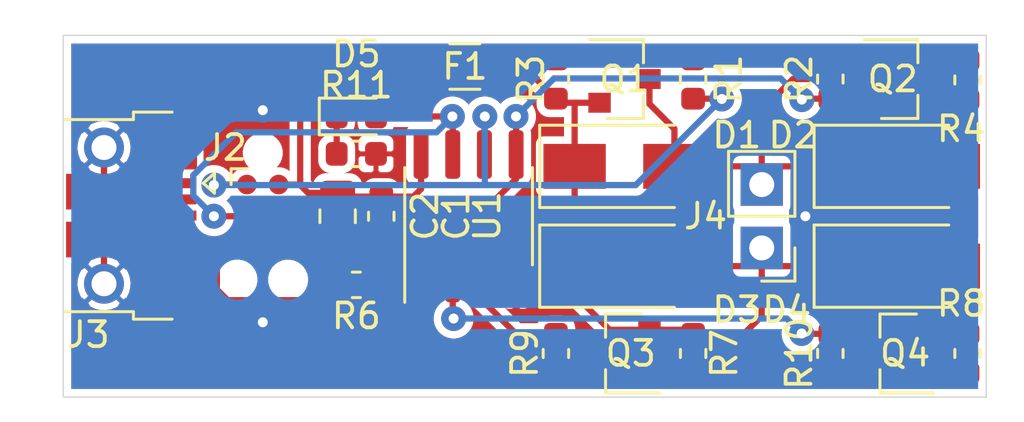
<source format=kicad_pcb>
(kicad_pcb (version 20240108) (generator "pcbnew") (generator_version "8.0")
  (layers (0 "F.Cu" signal) (31 "B.Cu" signal) (34 "B.Paste" user) (35 "F.Paste" user) (36 "B.SilkS" user "B.Silkscreen") (37 "F.SilkS" user "F.Silkscreen") (38 "B.Mask" user) (39 "F.Mask" user) (44 "Edge.Cuts" user))
  (net 0 "")
  (net 1 "GND")
  (net 2 "+5V")
  (net 3 "Net-(D1-Pad2)")
  (net 4 "Net-(D1-Pad1)")
  (net 5 "Net-(D3-Pad2)")
  (net 6 "Net-(J2-Pad4)")
  (net 7 "Net-(J2-Pad3)")
  (net 8 "Net-(J2-Pad2)")
  (net 9 "/RST")
  (net 10 "/MOSI")
  (net 11 "/SCK")
  (net 12 "/MISO")
  (net 13 "Net-(Q1-Pad1)")
  (net 14 "Net-(Q2-Pad1)")
  (net 15 "Net-(Q3-Pad1)")
  (net 16 "Net-(Q4-Pad1)")
  (net 17 "/PB3")
  (net 18 "/PB4")
  (net 19 "Net-(D5-Pad1)")
  (footprint "Diode_SMD:D_SMA" (layer "F.Cu") (at 151.5 98)
    (property "Reference" "D1" (at 4.5 -1.25 0) (layer "F.SilkS"))
    (property "Value" "Diode")
    (fp_line (start -3.4 -1.65) (end -3.4 1.65) (stroke (width 0.12)) (layer "F.SilkS"))
    (fp_line (start -3.4 -1.65) (end 2 -1.65) (stroke (width 0.12)) (layer "F.SilkS"))
    (fp_line (start -3.4 1.65) (end 2 1.65) (stroke (width 0.12)) (layer "F.SilkS"))
    (pad "1" smd rect (at -2 0) (size 2.5 1.8) (layers "F.Cu" "F.Paste" "F.Mask") (net 4 "Net-(D1-Pad1)"))
    (pad "2" smd rect (at 2 0) (size 2.5 1.8) (layers "F.Cu" "F.Paste" "F.Mask") (net 3 "Net-(D1-Pad2)"))
  )
  (footprint "Diode_SMD:D_SMA" (layer "F.Cu") (at 162.5 98)
    (property "Reference" "D2" (at -4.25 -1.25 0) (layer "F.SilkS"))
    (property "Value" "Diode")
    (fp_line (start -3.4 -1.65) (end -3.4 1.65) (stroke (width 0.12)) (layer "F.SilkS"))
    (fp_line (start -3.4 -1.65) (end 2 -1.65) (stroke (width 0.12)) (layer "F.SilkS"))
    (fp_line (start -3.4 1.65) (end 2 1.65) (stroke (width 0.12)) (layer "F.SilkS"))
    (pad "1" smd rect (at -2 0) (size 2.5 1.8) (layers "F.Cu" "F.Paste" "F.Mask") (net 3 "Net-(D1-Pad2)"))
    (pad "2" smd rect (at 2 0) (size 2.5 1.8) (layers "F.Cu" "F.Paste" "F.Mask") (net 1 "GND"))
  )
  (footprint "Diode_SMD:D_SMA" (layer "F.Cu") (at 162.5 102)
    (property "Reference" "D4" (at -4.5 1.75 0) (layer "F.SilkS"))
    (property "Value" "Diode")
    (fp_line (start -3.4 -1.65) (end -3.4 1.65) (stroke (width 0.12)) (layer "F.SilkS"))
    (fp_line (start -3.4 -1.65) (end 2 -1.65) (stroke (width 0.12)) (layer "F.SilkS"))
    (fp_line (start -3.4 1.65) (end 2 1.65) (stroke (width 0.12)) (layer "F.SilkS"))
    (pad "1" smd rect (at -2 0) (size 2.5 1.8) (layers "F.Cu" "F.Paste" "F.Mask") (net 5 "Net-(D3-Pad2)"))
    (pad "2" smd rect (at 2 0) (size 2.5 1.8) (layers "F.Cu" "F.Paste" "F.Mask") (net 1 "GND"))
  )
  (footprint "Connector_USB:USB_Micro-B_Amphenol_10103594-0001LF_Horizontal" (layer "F.Cu") (at 131.75 100 -90)
    (property "Reference" "J2" (at -2.75 -3.75 180) (layer "F.SilkS"))
    (property "Value" "USB_B_Micro")
    (fp_line (start -3.875 2.735) (end -3.875 -0.065) (stroke (width 0.12)) (layer "F.SilkS"))
    (fp_line (start 3.825 2.735) (end 3.825 -0.065) (stroke (width 0.12)) (layer "F.SilkS"))
    (fp_line (start -4.175 -0.065) (end -3.875 -0.065) (stroke (width 0.12)) (layer "F.SilkS"))
    (fp_line (start -4.175 -0.065) (end -4.175 -1.615) (stroke (width 0.12)) (layer "F.SilkS"))
    (fp_line (start 3.825 -0.065) (end 4.125 -0.065) (stroke (width 0.12)) (layer "F.SilkS"))
    (fp_line (start 4.125 -0.065) (end 4.125 -1.615) (stroke (width 0.12)) (layer "F.SilkS"))
    (fp_line (start -1.325 -2.865) (end -1.725 -3.315) (stroke (width 0.12)) (layer "F.SilkS"))
    (fp_line (start -1.725 -3.315) (end -0.925 -3.315) (stroke (width 0.12)) (layer "F.SilkS"))
    (fp_line (start -0.925 -3.315) (end -1.325 -2.865) (stroke (width 0.12)) (layer "F.SilkS"))
    (pad "1" smd rect (at -1.325 -1.765) (size 1.65 0.4) (layers "F.Cu" "F.Paste" "F.Mask") (net 2 "+5V"))
    (pad "2" smd rect (at -0.675 -1.765) (size 1.65 0.4) (layers "F.Cu" "F.Paste" "F.Mask") (net 8 "Net-(J2-Pad2)"))
    (pad "3" smd rect (at -0.025 -1.765) (size 1.65 0.4) (layers "F.Cu" "F.Paste" "F.Mask") (net 7 "Net-(J2-Pad3)"))
    (pad "4" smd rect (at 0.625 -1.765) (size 1.65 0.4) (layers "F.Cu" "F.Paste" "F.Mask") (net 6 "Net-(J2-Pad4)"))
    (pad "5" smd rect (at 1.275 -1.765) (size 1.65 0.4) (layers "F.Cu" "F.Paste" "F.Mask") (net 1 "GND"))
    (pad "6" smd rect (at -2.875 -1.865 270) (size 2 1.5) (layers "F.Cu" "F.Paste" "F.Mask") (net 1 "GND"))
    (pad "6" thru_hole circle (at -2.755 1.115) (size 1.6 1.6) (drill 1) (layers "*.Cu" "*.Mask") (net 1 "GND"))
    (pad "6" smd rect (at -0.985 1.385) (size 2.5 1.43) (layers "F.Cu" "F.Paste" "F.Mask") (net 1 "GND"))
    (pad "6" smd rect (at 0.935 1.385) (size 2.5 1.43) (layers "F.Cu" "F.Paste" "F.Mask") (net 1 "GND"))
    (pad "6" thru_hole circle (at 2.705 1.115) (size 1.6 1.6) (drill 1) (layers "*.Cu" "*.Mask") (net 1 "GND"))
    (pad "6" smd rect (at 2.875 -1.885 270) (size 2 1.5) (layers "F.Cu" "F.Paste" "F.Mask") (net 1 "GND"))
  )
  (footprint "Connector:Tag-Connect_TC2030-IDC-NL_2x03_P1.27mm_Vertical" (layer "F.Cu") (at 137 100 -90)
    (property "Reference" "J3" (at 4.75 7 180) (layer "F.SilkS"))
    (property "Value" "ICSP")
    (fp_line (start -1.905 1.27) (end -1.905 0.635) (stroke (width 0.12)) (layer "F.SilkS"))
    (fp_line (start -1.27 1.27) (end -1.905 1.27) (stroke (width 0.12)) (layer "F.SilkS"))
    (pad "" np_thru_hole circle (at -2.54 0 270) (size 1 1) (drill 1) (layers "*.Cu" "*.Mask"))
    (pad "" np_thru_hole circle (at 2.54 -1.016 270) (size 1 1) (drill 1) (layers "*.Cu" "*.Mask"))
    (pad "" np_thru_hole circle (at 2.54 1.016 270) (size 1 1) (drill 1) (layers "*.Cu" "*.Mask"))
    (pad "1" connect circle (at -1.27 0.635 270) (size 0.7874 0.7874) (layers "F.Cu" "F.Mask") (net 12 "/MISO"))
    (pad "2" connect circle (at -1.27 -0.635 270) (size 0.7874 0.7874) (layers "F.Cu" "F.Mask") (net 2 "+5V"))
    (pad "3" connect circle (at 0 0.635 270) (size 0.7874 0.7874) (layers "F.Cu" "F.Mask") (net 11 "/SCK"))
    (pad "4" connect circle (at 0 -0.635 270) (size 0.7874 0.7874) (layers "F.Cu" "F.Mask") (net 10 "/MOSI"))
    (pad "5" connect circle (at 1.27 0.635 270) (size 0.7874 0.7874) (layers "F.Cu" "F.Mask") (net 9 "/RST"))
    (pad "6" connect circle (at 1.27 -0.635 270) (size 0.7874 0.7874) (layers "F.Cu" "F.Mask") (net 1 "GND"))
  )
  (footprint "Connector_PinHeader_2.54mm:PinHeader_1x02_P2.54mm_Vertical" (layer "F.Cu") (at 157 101.27 180)
    (property "Reference" "J4" (at 2.25 1.27 0) (layer "F.SilkS"))
    (property "Value" "Coil")
    (fp_line (start 1.33 1.27) (end 1.33 3.87) (stroke (width 0.12)) (layer "F.SilkS"))
    (fp_line (start -1.33 3.87) (end 1.33 3.87) (stroke (width 0.12)) (layer "F.SilkS"))
    (fp_line (start -1.33 1.27) (end 1.33 1.27) (stroke (width 0.12)) (layer "F.SilkS"))
    (fp_line (start -1.33 1.27) (end -1.33 3.87) (stroke (width 0.12)) (layer "F.SilkS"))
    (fp_line (start -1.33 0) (end -1.33 -1.33) (stroke (width 0.12)) (layer "F.SilkS"))
    (fp_line (start -1.33 -1.33) (end 0 -1.33) (stroke (width 0.12)) (layer "F.SilkS"))
    (pad "1" thru_hole rect (at 0 0 180) (size 1.7 1.7) (drill 1) (layers "*.Cu" "*.Mask") (net 5 "Net-(D3-Pad2)"))
    (pad "2" thru_hole rect (at 0 2.54 180) (size 1.7 1.7) (drill 1) (layers "*.Cu" "*.Mask") (net 3 "Net-(D1-Pad2)"))
  )
  (footprint "Package_TO_SOT_SMD:SOT-23" (layer "F.Cu") (at 151.5 94.5)
    (property "Reference" "Q1" (at 0 0 0) (layer "F.SilkS"))
    (property "Value" "DMP3099L")
    (fp_line (start 0.76 -1.58) (end -1.4 -1.58) (stroke (width 0.12)) (layer "F.SilkS"))
    (fp_line (start 0.76 -1.58) (end 0.76 -0.65) (stroke (width 0.12)) (layer "F.SilkS"))
    (fp_line (start 0.76 1.58) (end -0.7 1.58) (stroke (width 0.12)) (layer "F.SilkS"))
    (fp_line (start 0.76 1.58) (end 0.76 0.65) (stroke (width 0.12)) (layer "F.SilkS"))
    (pad "1" smd rect (at -1 -0.95) (size 0.9 0.8) (layers "F.Cu" "F.Paste" "F.Mask") (net 13 "Net-(Q1-Pad1)"))
    (pad "2" smd rect (at -1 0.95) (size 0.9 0.8) (layers "F.Cu" "F.Paste" "F.Mask") (net 4 "Net-(D1-Pad1)"))
    (pad "3" smd rect (at 1 0) (size 0.9 0.8) (layers "F.Cu" "F.Paste" "F.Mask") (net 3 "Net-(D1-Pad2)"))
  )
  (footprint "Package_TO_SOT_SMD:SOT-23" (layer "F.Cu") (at 162.5 94.5)
    (property "Reference" "Q2" (at -0.25 0 0) (layer "F.SilkS"))
    (property "Value" "DMG2302U")
    (fp_line (start 0.76 -1.58) (end -1.4 -1.58) (stroke (width 0.12)) (layer "F.SilkS"))
    (fp_line (start 0.76 -1.58) (end 0.76 -0.65) (stroke (width 0.12)) (layer "F.SilkS"))
    (fp_line (start 0.76 1.58) (end -0.7 1.58) (stroke (width 0.12)) (layer "F.SilkS"))
    (fp_line (start 0.76 1.58) (end 0.76 0.65) (stroke (width 0.12)) (layer "F.SilkS"))
    (pad "1" smd rect (at -1 -0.95) (size 0.9 0.8) (layers "F.Cu" "F.Paste" "F.Mask") (net 14 "Net-(Q2-Pad1)"))
    (pad "2" smd rect (at -1 0.95) (size 0.9 0.8) (layers "F.Cu" "F.Paste" "F.Mask") (net 1 "GND"))
    (pad "3" smd rect (at 1 0) (size 0.9 0.8) (layers "F.Cu" "F.Paste" "F.Mask") (net 3 "Net-(D1-Pad2)"))
  )
  (footprint "Package_TO_SOT_SMD:SOT-23" (layer "F.Cu") (at 162.5 105.5 180)
    (property "Reference" "Q4" (at -0.25 0 0) (layer "F.SilkS"))
    (property "Value" "DMG2302U")
    (fp_line (start 0.76 1.58) (end 0.76 0.65) (stroke (width 0.12)) (layer "F.SilkS"))
    (fp_line (start 0.76 1.58) (end -0.7 1.58) (stroke (width 0.12)) (layer "F.SilkS"))
    (fp_line (start 0.76 -1.58) (end 0.76 -0.65) (stroke (width 0.12)) (layer "F.SilkS"))
    (fp_line (start 0.76 -1.58) (end -1.4 -1.58) (stroke (width 0.12)) (layer "F.SilkS"))
    (pad "1" smd rect (at -1 -0.95 180) (size 0.9 0.8) (layers "F.Cu" "F.Paste" "F.Mask") (net 16 "Net-(Q4-Pad1)"))
    (pad "2" smd rect (at -1 0.95 180) (size 0.9 0.8) (layers "F.Cu" "F.Paste" "F.Mask") (net 1 "GND"))
    (pad "3" smd rect (at 1 0 180) (size 0.9 0.8) (layers "F.Cu" "F.Paste" "F.Mask") (net 5 "Net-(D3-Pad2)"))
  )
  (footprint "Resistor_SMD:R_0603_1608Metric" (layer "F.Cu") (at 159.75 94.5 -90)
    (property "Reference" "R2" (at 0 1.25 90) (layer "F.SilkS"))
    (property "Value" "22")
    (fp_line (start -0.162779 0.51) (end 0.162779 0.51) (stroke (width 0.12)) (layer "F.SilkS"))
    (fp_line (start -0.162779 -0.51) (end 0.162779 -0.51) (stroke (width 0.12)) (layer "F.SilkS"))
    (pad "1" smd roundrect (at -0.7875 0 270) (size 0.875 0.95) (layers "F.Cu" "F.Paste" "F.Mask") (net 14 "Net-(Q2-Pad1)"))
    (pad "2" smd roundrect (at 0.7875 0 270) (size 0.875 0.95) (layers "F.Cu" "F.Paste" "F.Mask") (net 10 "/MOSI"))
  )
  (footprint "Resistor_SMD:R_0603_1608Metric" (layer "F.Cu") (at 148.75 94.5 -90)
    (property "Reference" "R3" (at 0 1 -90) (layer "F.SilkS"))
    (property "Value" "10k")
    (fp_line (start -0.162779 0.51) (end 0.162779 0.51) (stroke (width 0.12)) (layer "F.SilkS"))
    (fp_line (start -0.162779 -0.51) (end 0.162779 -0.51) (stroke (width 0.12)) (layer "F.SilkS"))
    (pad "1" smd roundrect (at -0.7875 0 270) (size 0.875 0.95) (layers "F.Cu" "F.Paste" "F.Mask") (net 13 "Net-(Q1-Pad1)"))
    (pad "2" smd roundrect (at 0.7875 0 270) (size 0.875 0.95) (layers "F.Cu" "F.Paste" "F.Mask") (net 4 "Net-(D1-Pad1)"))
  )
  (footprint "Resistor_SMD:R_0603_1608Metric" (layer "F.Cu") (at 165.25 94.5375 90)
    (property "Reference" "R4" (at -1.9625 -0.25 180) (layer "F.SilkS"))
    (property "Value" "10k")
    (fp_line (start -0.162779 -0.51) (end 0.162779 -0.51) (stroke (width 0.12)) (layer "F.SilkS"))
    (fp_line (start -0.162779 0.51) (end 0.162779 0.51) (stroke (width 0.12)) (layer "F.SilkS"))
    (pad "1" smd roundrect (at -0.7875 0 90) (size 0.875 0.95) (layers "F.Cu" "F.Paste" "F.Mask") (net 1 "GND"))
    (pad "2" smd roundrect (at 0.7875 0 90) (size 0.875 0.95) (layers "F.Cu" "F.Paste" "F.Mask") (net 14 "Net-(Q2-Pad1)"))
  )
  (footprint "Resistor_SMD:R_0603_1608Metric" (layer "F.Cu") (at 140.75 102.75)
    (property "Reference" "R6" (at 0 1.25 0) (layer "F.SilkS"))
    (property "Value" "10k")
    (fp_line (start -0.162779 -0.51) (end 0.162779 -0.51) (stroke (width 0.12)) (layer "F.SilkS"))
    (fp_line (start -0.162779 0.51) (end 0.162779 0.51) (stroke (width 0.12)) (layer "F.SilkS"))
    (pad "1" smd roundrect (at -0.7875 0) (size 0.875 0.95) (layers "F.Cu" "F.Paste" "F.Mask") (net 2 "+5V"))
    (pad "2" smd roundrect (at 0.7875 0) (size 0.875 0.95) (layers "F.Cu" "F.Paste" "F.Mask") (net 9 "/RST"))
  )
  (footprint "Resistor_SMD:R_0603_1608Metric" (layer "F.Cu") (at 154.25 105.5 90)
    (property "Reference" "R7" (at 0 1.25 90) (layer "F.SilkS"))
    (property "Value" "10k")
    (fp_line (start -0.162779 -0.51) (end 0.162779 -0.51) (stroke (width 0.12)) (layer "F.SilkS"))
    (fp_line (start -0.162779 0.51) (end 0.162779 0.51) (stroke (width 0.12)) (layer "F.SilkS"))
    (pad "1" smd roundrect (at -0.7875 0 90) (size 0.875 0.95) (layers "F.Cu" "F.Paste" "F.Mask") (net 15 "Net-(Q3-Pad1)"))
    (pad "2" smd roundrect (at 0.7875 0 90) (size 0.875 0.95) (layers "F.Cu" "F.Paste" "F.Mask") (net 4 "Net-(D1-Pad1)"))
  )
  (footprint "Resistor_SMD:R_0603_1608Metric" (layer "F.Cu") (at 148.75 105.5 -90)
    (property "Reference" "R9" (at 0 1.25 90) (layer "F.SilkS"))
    (property "Value" "22")
    (fp_line (start -0.162779 0.51) (end 0.162779 0.51) (stroke (width 0.12)) (layer "F.SilkS"))
    (fp_line (start -0.162779 -0.51) (end 0.162779 -0.51) (stroke (width 0.12)) (layer "F.SilkS"))
    (pad "1" smd roundrect (at -0.7875 0 270) (size 0.875 0.95) (layers "F.Cu" "F.Paste" "F.Mask") (net 18 "/PB4"))
    (pad "2" smd roundrect (at 0.7875 0 270) (size 0.875 0.95) (layers "F.Cu" "F.Paste" "F.Mask") (net 15 "Net-(Q3-Pad1)"))
  )
  (footprint "Resistor_SMD:R_0603_1608Metric" (layer "F.Cu") (at 159.75 105.5 -90)
    (property "Reference" "R10" (at 0 1.25 90) (layer "F.SilkS"))
    (property "Value" "22")
    (fp_line (start -0.162779 0.51) (end 0.162779 0.51) (stroke (width 0.12)) (layer "F.SilkS"))
    (fp_line (start -0.162779 -0.51) (end 0.162779 -0.51) (stroke (width 0.12)) (layer "F.SilkS"))
    (pad "1" smd roundrect (at -0.7875 0 270) (size 0.875 0.95) (layers "F.Cu" "F.Paste" "F.Mask") (net 17 "/PB3"))
    (pad "2" smd roundrect (at 0.7875 0 270) (size 0.875 0.95) (layers "F.Cu" "F.Paste" "F.Mask") (net 16 "Net-(Q4-Pad1)"))
  )
  (footprint "Package_SO:SOIC-8_3.9x4.9mm_P1.27mm" (layer "F.Cu") (at 145.25 100 90)
    (property "Reference" "U1" (at 0 0.75 90) (layer "F.SilkS"))
    (property "Value" "ATtiny13A-SSU")
    (fp_line (start 0 -2.56) (end 1.95 -2.56) (stroke (width 0.12)) (layer "F.SilkS"))
    (fp_line (start 0 -2.56) (end -3.45 -2.56) (stroke (width 0.12)) (layer "F.SilkS"))
    (fp_line (start 0 2.56) (end 1.95 2.56) (stroke (width 0.12)) (layer "F.SilkS"))
    (fp_line (start 0 2.56) (end -1.95 2.56) (stroke (width 0.12)) (layer "F.SilkS"))
    (pad "1" smd roundrect (at -2.475 -1.905 90) (size 1.95 0.6) (layers "F.Cu" "F.Paste" "F.Mask") (net 9 "/RST"))
    (pad "2" smd roundrect (at -2.475 -0.635 90) (size 1.95 0.6) (layers "F.Cu" "F.Paste" "F.Mask") (net 17 "/PB3"))
    (pad "3" smd roundrect (at -2.475 0.635 90) (size 1.95 0.6) (layers "F.Cu" "F.Paste" "F.Mask") (net 18 "/PB4"))
    (pad "4" smd roundrect (at -2.475 1.905 90) (size 1.95 0.6) (layers "F.Cu" "F.Paste" "F.Mask") (net 1 "GND"))
    (pad "5" smd roundrect (at 2.475 1.905 90) (size 1.95 0.6) (layers "F.Cu" "F.Paste" "F.Mask") (net 10 "/MOSI"))
    (pad "6" smd roundrect (at 2.475 0.635 90) (size 1.95 0.6) (layers "F.Cu" "F.Paste" "F.Mask") (net 12 "/MISO"))
    (pad "7" smd roundrect (at 2.475 -0.635 90) (size 1.95 0.6) (layers "F.Cu" "F.Paste" "F.Mask") (net 11 "/SCK"))
    (pad "8" smd roundrect (at 2.475 -1.905 90) (size 1.95 0.6) (layers "F.Cu" "F.Paste" "F.Mask") (net 2 "+5V"))
  )
  (footprint "LED_SMD:LED_0603_1608Metric" (layer "F.Cu") (at 140.75 96)
    (property "Reference" "D5" (at 0 -2.5 0) (layer "F.SilkS"))
    (property "Value" "DBG")
    (fp_line (start -1.485 -0.735) (end -1.485 0.735) (stroke (width 0.12)) (layer "F.SilkS"))
    (fp_line (start -1.485 0.735) (end 0.8 0.735) (stroke (width 0.12)) (layer "F.SilkS"))
    (fp_line (start 0.8 -0.735) (end -1.485 -0.735) (stroke (width 0.12)) (layer "F.SilkS"))
    (pad "1" smd roundrect (at -0.7875 0) (size 0.875 0.95) (layers "F.Cu" "F.Paste" "F.Mask") (net 19 "Net-(D5-Pad1)"))
    (pad "2" smd roundrect (at 0.7875 0) (size 0.875 0.95) (layers "F.Cu" "F.Paste" "F.Mask") (net 11 "/SCK"))
  )
  (footprint "Resistor_SMD:R_0603_1608Metric" (layer "F.Cu") (at 140.75 97.5)
    (property "Reference" "R11" (at 0 -2.75 180) (layer "F.SilkS"))
    (property "Value" "2.2k")
    (fp_line (start -0.162779 -0.51) (end 0.162779 -0.51) (stroke (width 0.12)) (layer "F.SilkS"))
    (fp_line (start -0.162779 0.51) (end 0.162779 0.51) (stroke (width 0.12)) (layer "F.SilkS"))
    (pad "1" smd roundrect (at -0.7875 0) (size 0.875 0.95) (layers "F.Cu" "F.Paste" "F.Mask") (net 19 "Net-(D5-Pad1)"))
    (pad "2" smd roundrect (at 0.7875 0) (size 0.875 0.95) (layers "F.Cu" "F.Paste" "F.Mask") (net 1 "GND"))
  )
  (footprint "Package_TO_SOT_SMD:SOT-23" (layer "F.Cu") (at 151.5 105.5 180)
    (property "Reference" "Q3" (at -0.25 0 0) (layer "F.SilkS"))
    (property "Value" "DMP3099L")
    (fp_line (start 0.76 1.58) (end 0.76 0.65) (stroke (width 0.12)) (layer "F.SilkS"))
    (fp_line (start 0.76 1.58) (end -0.7 1.58) (stroke (width 0.12)) (layer "F.SilkS"))
    (fp_line (start 0.76 -1.58) (end 0.76 -0.65) (stroke (width 0.12)) (layer "F.SilkS"))
    (fp_line (start 0.76 -1.58) (end -1.4 -1.58) (stroke (width 0.12)) (layer "F.SilkS"))
    (pad "1" smd rect (at -1 -0.95 180) (size 0.9 0.8) (layers "F.Cu" "F.Paste" "F.Mask") (net 15 "Net-(Q3-Pad1)"))
    (pad "2" smd rect (at -1 0.95 180) (size 0.9 0.8) (layers "F.Cu" "F.Paste" "F.Mask") (net 4 "Net-(D1-Pad1)"))
    (pad "3" smd rect (at 1 0 180) (size 0.9 0.8) (layers "F.Cu" "F.Paste" "F.Mask") (net 5 "Net-(D3-Pad2)"))
  )
  (footprint "Capacitor_SMD:C_0603_1608Metric" (layer "F.Cu") (at 141.75 100 -90)
    (property "Reference" "C1" (at 0 -3 90) (layer "F.SilkS"))
    (property "Value" "100n")
    (fp_line (start -0.162779 0.51) (end 0.162779 0.51) (stroke (width 0.12)) (layer "F.SilkS"))
    (fp_line (start -0.162779 -0.51) (end 0.162779 -0.51) (stroke (width 0.12)) (layer "F.SilkS"))
    (pad "1" smd roundrect (at -0.7875 0 270) (size 0.875 0.95) (layers "F.Cu" "F.Paste" "F.Mask") (net 2 "+5V"))
    (pad "2" smd roundrect (at 0.7875 0 270) (size 0.875 0.95) (layers "F.Cu" "F.Paste" "F.Mask") (net 1 "GND"))
  )
  (footprint "Capacitor_SMD:C_0805_2012Metric" (layer "F.Cu") (at 140 100 -90)
    (property "Reference" "C2" (at 0 -3.5 90) (layer "F.SilkS"))
    (property "Value" "10u")
    (fp_line (start -0.258578 0.71) (end 0.258578 0.71) (stroke (width 0.12)) (layer "F.SilkS"))
    (fp_line (start -0.258578 -0.71) (end 0.258578 -0.71) (stroke (width 0.12)) (layer "F.SilkS"))
    (pad "1" smd roundrect (at -0.9375 0 270) (size 0.975 1.4) (layers "F.Cu" "F.Paste" "F.Mask") (net 2 "+5V"))
    (pad "2" smd roundrect (at 0.9375 0 270) (size 0.975 1.4) (layers "F.Cu" "F.Paste" "F.Mask") (net 1 "GND"))
  )
  (footprint "Fuse:Fuse_1206_3216Metric" (layer "F.Cu") (at 145.1 94 180)
    (property "Reference" "F1" (at 0 0 0) (layer "F.SilkS"))
    (property "Value" "500mA")
    (fp_line (start -0.602064 0.91) (end 0.602064 0.91) (stroke (width 0.12)) (layer "F.SilkS"))
    (fp_line (start -0.602064 -0.91) (end 0.602064 -0.91) (stroke (width 0.12)) (layer "F.SilkS"))
    (pad "1" smd roundrect (at -1.4 0 180) (size 1.25 1.75) (layers "F.Cu" "F.Paste" "F.Mask") (roundrect_rratio 0.2) (net 4 "Net-(D1-Pad1)"))
    (pad "2" smd roundrect (at 1.4 0 180) (size 1.25 1.75) (layers "F.Cu" "F.Paste" "F.Mask") (roundrect_rratio 0.2) (net 2 "+5V"))
  )
  (footprint "Resistor_SMD:R_0603_1608Metric" (layer "F.Cu") (at 154.25 94.5 -90)
    (property "Reference" "R1" (at 0 -1.43 90) (layer "F.SilkS"))
    (property "Value" "22")
    (fp_line (start -0.162779 0.51) (end 0.162779 0.51) (stroke (width 0.12)) (layer "F.SilkS"))
    (fp_line (start -0.162779 -0.51) (end 0.162779 -0.51) (stroke (width 0.12)) (layer "F.SilkS"))
    (pad "1" smd roundrect (at -0.7875 0 270) (size 0.875 0.95) (layers "F.Cu" "F.Paste" "F.Mask") (net 13 "Net-(Q1-Pad1)"))
    (pad "2" smd roundrect (at 0.7875 0 270) (size 0.875 0.95) (layers "F.Cu" "F.Paste" "F.Mask") (net 12 "/MISO"))
  )
  (footprint "Resistor_SMD:R_0603_1608Metric" (layer "F.Cu") (at 165.25 105.5 -90)
    (property "Reference" "R8" (at -2 0.25 0) (layer "F.SilkS"))
    (property "Value" "10k")
    (fp_line (start -0.162779 0.51) (end 0.162779 0.51) (stroke (width 0.12)) (layer "F.SilkS"))
    (fp_line (start -0.162779 -0.51) (end 0.162779 -0.51) (stroke (width 0.12)) (layer "F.SilkS"))
    (pad "1" smd roundrect (at -0.7875 0 270) (size 0.875 0.95) (layers "F.Cu" "F.Paste" "F.Mask") (net 1 "GND"))
    (pad "2" smd roundrect (at 0.7875 0 270) (size 0.875 0.95) (layers "F.Cu" "F.Paste" "F.Mask") (net 16 "Net-(Q4-Pad1)"))
  )
  (footprint "Diode_SMD:D_SMA" (layer "F.Cu") (at 151.5 102)
    (property "Reference" "D3" (at 4.5 1.75 0) (layer "F.SilkS"))
    (property "Value" "Diode")
    (fp_line (start -3.4 -1.65) (end -3.4 1.65) (stroke (width 0.12)) (layer "F.SilkS"))
    (fp_line (start -3.4 -1.65) (end 2 -1.65) (stroke (width 0.12)) (layer "F.SilkS"))
    (fp_line (start -3.4 1.65) (end 2 1.65) (stroke (width 0.12)) (layer "F.SilkS"))
    (pad "1" smd rect (at -2 0) (size 2.5 1.8) (layers "F.Cu" "F.Paste" "F.Mask") (net 4 "Net-(D1-Pad1)"))
    (pad "2" smd rect (at 2 0) (size 2.5 1.8) (layers "F.Cu" "F.Paste" "F.Mask") (net 5 "Net-(D3-Pad2)"))
  )
  (gr_line (start 166 107.25) (end 166 92.75) (stroke (width 0.05)) (layer "Edge.Cuts"))
  (gr_line (start 129 107.25) (end 166 107.25) (stroke (width 0.05)) (layer "Edge.Cuts"))
  (gr_line (start 166 92.75) (end 129 92.75) (stroke (width 0.05)) (layer "Edge.Cuts"))
  (gr_line (start 129 92.75) (end 129 107.25) (stroke (width 0.05)) (layer "Edge.Cuts"))
  (segment (start 133.635 102.875) (end 133.635 101.395) (width 0.25) (layer "F.Cu") (net 1))
  (segment (start 130.635 102.705) (end 130.635 101.205) (width 0.25) (layer "F.Cu") (net 1))
  (segment (start 130.635 98.745) (end 130.365 99.015) (width 0.25) (layer "F.Cu") (net 1))
  (segment (start 133.635 101.395) (end 133.515 101.275) (width 0.25) (layer "F.Cu") (net 1))
  (segment (start 130.635 101.205) (end 130.365 100.935) (width 0.25) (layer "F.Cu") (net 1))
  (segment (start 137.635 101.27) (end 138.155 100.75) (width 0.25) (layer "F.Cu") (net 1))
  (segment (start 138.155 100.75) (end 138.5 100.75) (width 0.25) (layer "F.Cu") (net 1))
  (segment (start 130.635 97.245) (end 130.635 98.745) (width 0.25) (layer "F.Cu") (net 1))
  (via (at 137 95.75) (size 1) (drill 0.4) (layers "F.Cu" "B.Cu") (net 1))
  (via (at 158.75 100) (size 1) (drill 0.4) (layers "F.Cu" "B.Cu") (net 1))
  (via (at 137 104.25) (size 1) (drill 0.4) (layers "F.Cu" "B.Cu") (net 1))
  (segment (start 138.5 94) (end 138.5 94) (width 0.25) (layer "F.Cu") (net 2))
  (segment (start 143.345 98.905) (end 143.0375 99.2125) (width 0.25) (layer "F.Cu") (net 2))
  (segment (start 143.0375 99.2125) (end 141.75 99.2125) (width 0.25) (layer "F.Cu") (net 2))
  (segment (start 133.674998 105.25) (end 138.5 105.25) (width 0.25) (layer "F.Cu") (net 2))
  (segment (start 140.15 99.2125) (end 140 99.0625) (width 0.25) (layer "F.Cu") (net 2))
  (segment (start 132.25 98.75) (end 132.25 103.825002) (width 0.25) (layer "F.Cu") (net 2))
  (segment (start 138.5 105.25) (end 139.9625 103.7875) (width 0.25) (layer "F.Cu") (net 2))
  (segment (start 138.8125 99.0625) (end 140 99.0625) (width 0.25) (layer "F.Cu") (net 2))
  (segment (start 138.5 98.75) (end 138.8125 99.0625) (width 0.25) (layer "F.Cu") (net 2))
  (segment (start 138.5 98.75) (end 138.48 98.73) (width 0.25) (layer "F.Cu") (net 2))
  (segment (start 132.25 98.75) (end 132.325 98.675) (width 0.25) (layer "F.Cu") (net 2))
  (segment (start 134.404998 94) (end 132.25 96.154998) (width 0.25) (layer "F.Cu") (net 2))
  (segment (start 132.25 96.154998) (end 132.25 98.75) (width 0.25) (layer "F.Cu") (net 2))
  (segment (start 138.48 98.73) (end 137.635 98.73) (width 0.25) (layer "F.Cu") (net 2))
  (segment (start 143.7 94) (end 134.404998 94) (width 0.25) (layer "F.Cu") (net 2))
  (segment (start 132.25 103.825002) (end 133.674998 105.25) (width 0.25) (layer "F.Cu") (net 2))
  (segment (start 141.75 99.2125) (end 140.15 99.2125) (width 0.25) (layer "F.Cu") (net 2))
  (segment (start 143.345 97.525) (end 143.345 98.905) (width 0.25) (layer "F.Cu") (net 2))
  (segment (start 133.515 98.675) (end 132.89 98.675) (width 0.25) (layer "F.Cu") (net 2))
  (segment (start 132.325 98.675) (end 133.515 98.675) (width 0.25) (layer "F.Cu") (net 2))
  (segment (start 139.9625 103.7875) (end 139.9625 102.75) (width 0.25) (layer "F.Cu") (net 2))
  (segment (start 138.5 94) (end 138.5 98.75) (width 0.25) (layer "F.Cu") (net 2))
  (segment (start 152.5 95.5) (end 152.5 95.15) (width 0.25) (layer "F.Cu") (net 3))
  (segment (start 152.5 95.15) (end 152.5 94.5) (width 0.25) (layer "F.Cu") (net 3))
  (segment (start 157 95.75) (end 157 98.73) (width 0.25) (layer "F.Cu") (net 3))
  (segment (start 157 98.73) (end 157 98) (width 0.25) (layer "F.Cu") (net 3))
  (segment (start 163.5 94.5) (end 158.25 94.5) (width 0.25) (layer "F.Cu") (net 3))
  (segment (start 153.5 98) (end 153.5 96.5) (width 0.25) (layer "F.Cu") (net 3))
  (segment (start 153.5 96.5) (end 152.5 95.5) (width 0.25) (layer "F.Cu") (net 3))
  (segment (start 153.5 98) (end 157 98) (width 0.25) (layer "F.Cu") (net 3))
  (segment (start 158.25 94.5) (end 157 95.75) (width 0.25) (layer "F.Cu") (net 3))
  (segment (start 157 98) (end 160.5 98) (width 0.25) (layer "F.Cu") (net 3))
  (segment (start 151.8 104.55) (end 152.5 104.55) (width 0.25) (layer "F.Cu") (net 4))
  (segment (start 149.5 102) (end 149.5 103.15) (width 0.25) (layer "F.Cu") (net 4))
  (segment (start 150.9 104.55) (end 151.8 104.55) (width 0.25) (layer "F.Cu") (net 4))
  (segment (start 149.55 95.45) (end 148.9125 95.45) (width 0.25) (layer "F.Cu") (net 4))
  (segment (start 146.5 94) (end 147.4625 94) (width 0.25) (layer "F.Cu") (net 4))
  (segment (start 154.0875 104.55) (end 154.25 104.7125) (width 0.25) (layer "F.Cu") (net 4))
  (segment (start 149.5 99.15) (end 149.5 102) (width 0.25) (layer "F.Cu") (net 4))
  (segment (start 149.5 98) (end 149.5 99.15) (width 0.25) (layer "F.Cu") (net 4))
  (segment (start 149.55 95.45) (end 149.5 95.5) (width 0.25) (layer "F.Cu") (net 4))
  (segment (start 149.5 103.15) (end 150.9 104.55) (width 0.25) (layer "F.Cu") (net 4))
  (segment (start 150.5 95.45) (end 149.55 95.45) (width 0.25) (layer "F.Cu") (net 4))
  (segment (start 152.5 104.55) (end 154.0875 104.55) (width 0.25) (layer "F.Cu") (net 4))
  (segment (start 148.9125 95.45) (end 148.75 95.2875) (width 0.25) (layer "F.Cu") (net 4))
  (segment (start 147.4625 94) (end 148.75 95.2875) (width 0.25) (layer "F.Cu") (net 4))
  (segment (start 149.5 95.5) (end 149.5 98) (width 0.25) (layer "F.Cu") (net 4))
  (segment (start 161.5 104.85) (end 161.5 105.5) (width 0.25) (layer "F.Cu") (net 5))
  (segment (start 157 102.37) (end 157 101.27) (width 0.25) (layer "F.Cu") (net 5))
  (segment (start 161.5 104.75) (end 161.5 104.85) (width 0.25) (layer "F.Cu") (net 5))
  (segment (start 150.5 105.5) (end 155.5 105.5) (width 0.25) (layer "F.Cu") (net 5))
  (segment (start 153.5 102) (end 155.5 102) (width 0.25) (layer "F.Cu") (net 5))
  (segment (start 157 104) (end 157 102.37) (width 0.25) (layer "F.Cu") (net 5))
  (segment (start 160.5 102) (end 160.5 103.75) (width 0.25) (layer "F.Cu") (net 5))
  (segment (start 155.5 102) (end 157 102) (width 0.25) (layer "F.Cu") (net 5))
  (segment (start 155.5 105.5) (end 157 104) (width 0.25) (layer "F.Cu") (net 5))
  (segment (start 157 102) (end 160.5 102) (width 0.25) (layer "F.Cu") (net 5))
  (segment (start 157 101.27) (end 157 102) (width 0.25) (layer "F.Cu") (net 5))
  (segment (start 160.5 103.75) (end 161.5 104.75) (width 0.25) (layer "F.Cu") (net 5))
  (segment (start 141.5375 101.9625) (end 141.5375 102.75) (width 0.25) (layer "F.Cu") (net 9))
  (segment (start 139.19999 103) (end 139.19999 102.268516) (width 0.25) (layer "F.Cu") (net 9))
  (segment (start 141.55001 101.94999) (end 141.5375 101.9625) (width 0.25) (layer "F.Cu") (net 9))
  (segment (start 135.158999 101.591001) (end 135.158999 102.936001) (width 0.25) (layer "F.Cu") (net 9))
  (segment (start 135.587999 103.365001) (end 138.834989 103.365001) (width 0.25) (layer "F.Cu") (net 9))
  (segment (start 139.518516 101.94999) (end 141.55001 101.94999) (width 0.25) (layer "F.Cu") (net 9))
  (segment (start 141.55001 101.94999) (end 143.11999 101.94999) (width 0.25) (layer "F.Cu") (net 9))
  (segment (start 135.48 101.27) (end 135.158999 101.591001) (width 0.25) (layer "F.Cu") (net 9))
  (segment (start 139.19999 102.268516) (end 139.518516 101.94999) (width 0.25) (layer "F.Cu") (net 9))
  (segment (start 138.834989 103.365001) (end 139.19999 103) (width 0.25) (layer "F.Cu") (net 9))
  (segment (start 136.365 101.27) (end 135.48 101.27) (width 0.25) (layer "F.Cu") (net 9))
  (segment (start 135.158999 102.936001) (end 135.587999 103.365001) (width 0.25) (layer "F.Cu") (net 9))
  (segment (start 158.645864 95.2875) (end 158.608364 95.325) (width 0.25) (layer "F.Cu") (net 10))
  (segment (start 147.155 97.525) (end 147.155 96.005) (width 0.25) (layer "F.Cu") (net 10))
  (segment (start 137.635 100) (end 145.655 100) (width 0.25) (layer "F.Cu") (net 10))
  (segment (start 145.655 100) (end 147.155 98.5) (width 0.25) (layer "F.Cu") (net 10))
  (segment (start 147.155 96.005) (end 147.15 96) (width 0.25) (layer "F.Cu") (net 10))
  (segment (start 159.75 95.2875) (end 158.645864 95.2875) (width 0.25) (layer "F.Cu") (net 10))
  (segment (start 147.155 98.5) (end 147.155 97.525) (width 0.25) (layer "F.Cu") (net 10))
  (via (at 158.608364 95.325) (size 1) (drill 0.4) (layers "F.Cu" "B.Cu") (net 10))
  (via (at 147.15 96) (size 1) (drill 0.4) (layers "F.Cu" "B.Cu") (net 10))
  (segment (start 157.758363 94.474999) (end 158.108365 94.825001) (width 0.25) (layer "B.Cu") (net 10))
  (segment (start 158.108365 94.825001) (end 158.608364 95.325) (width 0.25) (layer "B.Cu") (net 10))
  (segment (start 147.15 96) (end 148.675001 94.474999) (width 0.25) (layer "B.Cu") (net 10))
  (segment (start 148.675001 94.474999) (end 157.758363 94.474999) (width 0.25) (layer "B.Cu") (net 10))
  (segment (start 144.615 96.015) (end 144.6 96) (width 0.25) (layer "F.Cu") (net 11))
  (segment (start 144.615 97.525) (end 144.615 96.015) (width 0.25) (layer "F.Cu") (net 11))
  (segment (start 136.365 100) (end 135.040002 100) (width 0.25) (layer "F.Cu") (net 11))
  (segment (start 141.5375 96) (end 144.6 96) (width 0.25) (layer "F.Cu") (net 11))
  (via (at 135.040002 100) (size 1) (drill 0.4) (layers "F.Cu" "B.Cu") (net 11))
  (via (at 144.6 96) (size 1) (drill 0.4) (layers "F.Cu" "B.Cu") (net 11))
  (segment (start 135.040002 100) (end 134.215001 99.174999) (width 0.25) (layer "B.Cu") (net 11))
  (segment (start 134.215001 98.353999) (end 135.934001 96.634999) (width 0.25) (layer "B.Cu") (net 11))
  (segment (start 134.215001 99.174999) (end 134.215001 98.353999) (width 0.25) (layer "B.Cu") (net 11))
  (segment (start 135.934001 96.634999) (end 143.965001 96.634999) (width 0.25) (layer "B.Cu") (net 11))
  (segment (start 144.100001 96.499999) (end 144.6 96) (width 0.25) (layer "B.Cu") (net 11))
  (segment (start 143.965001 96.634999) (end 144.100001 96.499999) (width 0.25) (layer "B.Cu") (net 11))
  (segment (start 145.885 96.015) (end 145.9 96) (width 0.25) (layer "F.Cu") (net 12))
  (segment (start 154.25 95.2875) (end 155.3875 95.2875) (width 0.25) (layer "F.Cu") (net 12))
  (segment (start 136.365 98.73) (end 135.060002 98.73) (width 0.25) (layer "F.Cu") (net 12))
  (segment (start 135.060002 98.73) (end 135.040002 98.75) (width 0.25) (layer "F.Cu") (net 12))
  (segment (start 145.885 97.525) (end 145.885 96.015) (width 0.25) (layer "F.Cu") (net 12))
  (segment (start 155.3875 95.2875) (end 155.4 95.3) (width 0.25) (layer "F.Cu") (net 12))
  (via (at 135.040002 98.75) (size 1) (drill 0.4) (layers "F.Cu" "B.Cu") (net 12))
  (via (at 155.4 95.3) (size 1) (drill 0.4) (layers "F.Cu" "B.Cu") (net 12))
  (via (at 145.9 96) (size 1) (drill 0.4) (layers "F.Cu" "B.Cu") (net 12))
  (segment (start 146 98.75) (end 151.95 98.75) (width 0.25) (layer "B.Cu") (net 12))
  (segment (start 151.95 98.75) (end 155.4 95.3) (width 0.25) (layer "B.Cu") (net 12))
  (segment (start 145.9 98.65) (end 145.9 96) (width 0.25) (layer "B.Cu") (net 12))
  (segment (start 135.040002 98.75) (end 146 98.75) (width 0.25) (layer "B.Cu") (net 12))
  (segment (start 149.9625 93.7125) (end 154.25 93.7125) (width 0.25) (layer "F.Cu") (net 13))
  (segment (start 148.75 93.7125) (end 149.9625 93.7125) (width 0.25) (layer "F.Cu") (net 13))
  (segment (start 150.3375 93.7125) (end 150.5 93.55) (width 0.25) (layer "F.Cu") (net 13))
  (segment (start 149.9625 93.7125) (end 150.3375 93.7125) (width 0.25) (layer "F.Cu") (net 13))
  (segment (start 159.75 93.7125) (end 160.9625 93.7125) (width 0.25) (layer "F.Cu") (net 14))
  (segment (start 161.3375 93.7125) (end 161.5 93.55) (width 0.25) (layer "F.Cu") (net 14))
  (segment (start 160.9625 93.7125) (end 165.2125 93.7125) (width 0.25) (layer "F.Cu") (net 14))
  (segment (start 165.2125 93.7125) (end 165.25 93.75) (width 0.25) (layer "F.Cu") (net 14))
  (segment (start 160.9625 93.7125) (end 161.3375 93.7125) (width 0.25) (layer "F.Cu") (net 14))
  (segment (start 148.75 106.2875) (end 152.9625 106.2875) (width 0.25) (layer "F.Cu") (net 15))
  (segment (start 152.9625 106.2875) (end 152.6625 106.2875) (width 0.25) (layer "F.Cu") (net 15))
  (segment (start 152.9625 106.2875) (end 154.25 106.2875) (width 0.25) (layer "F.Cu") (net 15))
  (segment (start 152.6625 106.2875) (end 152.5 106.45) (width 0.25) (layer "F.Cu") (net 15))
  (segment (start 163.9625 106.2875) (end 165.25 106.2875) (width 0.25) (layer "F.Cu") (net 16))
  (segment (start 163.9625 106.2875) (end 163.6625 106.2875) (width 0.25) (layer "F.Cu") (net 16))
  (segment (start 159.75 106.2875) (end 163.9625 106.2875) (width 0.25) (layer "F.Cu") (net 16))
  (segment (start 163.6625 106.2875) (end 163.5 106.45) (width 0.25) (layer "F.Cu") (net 16))
  (segment (start 144.615 104.065) (end 144.65 104.1) (width 0.25) (layer "F.Cu") (net 17))
  (segment (start 159.75 104.7125) (end 158.6125 104.7125) (width 0.25) (layer "F.Cu") (net 17))
  (segment (start 144.615 102.475) (end 144.615 104.065) (width 0.25) (layer "F.Cu") (net 17))
  (segment (start 158.6125 104.7125) (end 158.6 104.7) (width 0.25) (layer "F.Cu") (net 17))
  (via (at 144.65 104.1) (size 1) (drill 0.4) (layers "F.Cu" "B.Cu") (net 17))
  (via (at 158.6 104.7) (size 1) (drill 0.4) (layers "F.Cu" "B.Cu") (net 17))
  (segment (start 144.65 104.1) (end 158 104.1) (width 0.25) (layer "B.Cu") (net 17))
  (segment (start 158 104.1) (end 158.6 104.7) (width 0.25) (layer "B.Cu") (net 17))
  (segment (start 147.1475 104.7125) (end 145.885 103.45) (width 0.25) (layer "F.Cu") (net 18))
  (segment (start 148.75 104.7125) (end 147.1475 104.7125) (width 0.25) (layer "F.Cu") (net 18))
  (segment (start 145.885 103.45) (end 145.885 102.475) (width 0.25) (layer "F.Cu") (net 18))
  (segment (start 139.9625 96) (end 139.9625 97.5) (width 0.25) (layer "F.Cu") (net 19))
  (zone (net 1) (net_name "GND") (layer "F.Cu") (connect_pads (clearance 0.2)) (min_thickness 0.2) (fill yes (thermal_gap 0.16) (thermal_bridge_width 0.4))
    (polygon (pts (xy 166.75 108.25) (xy 128.25 108.25) (xy 128.25 92) (xy 166.75 92)))
  )
  (zone (net 0) (net_name "") (layer "F.Cu") (connect_pads (clearance 0)) (min_thickness 0.2)
    (keepout (tracks allowed) (vias allowed) (pads allowed) (copperpour not_allowed) (footprints allowed))
    (fill (thermal_gap 0.16) (thermal_bridge_width 0.4))
    (polygon (pts (xy 137.65 101.7) (xy 136.35 101.7) (xy 136.35 98.3) (xy 137.65 98.3)))
  )
  (zone (net 0) (net_name "") (layers "F&B.Cu") (connect_pads (clearance 0)) (min_thickness 0.2)
    (keepout (tracks allowed) (vias allowed) (pads allowed) (copperpour not_allowed) (footprints allowed))
    (fill (thermal_gap 0.16) (thermal_bridge_width 0.4))
    (polygon (pts (xy 158 102.25) (xy 156 102.25) (xy 156 97.75) (xy 158 97.75)))
  )
  (zone (net 1) (net_name "GND") (layer "B.Cu") (connect_pads (clearance 0.2)) (min_thickness 0.2) (fill yes (thermal_gap 0.16) (thermal_bridge_width 0.4))
    (polygon (pts (xy 166.75 108.25) (xy 128.25 108.25) (xy 128.25 92) (xy 166.75 92)))
  )
)
</source>
